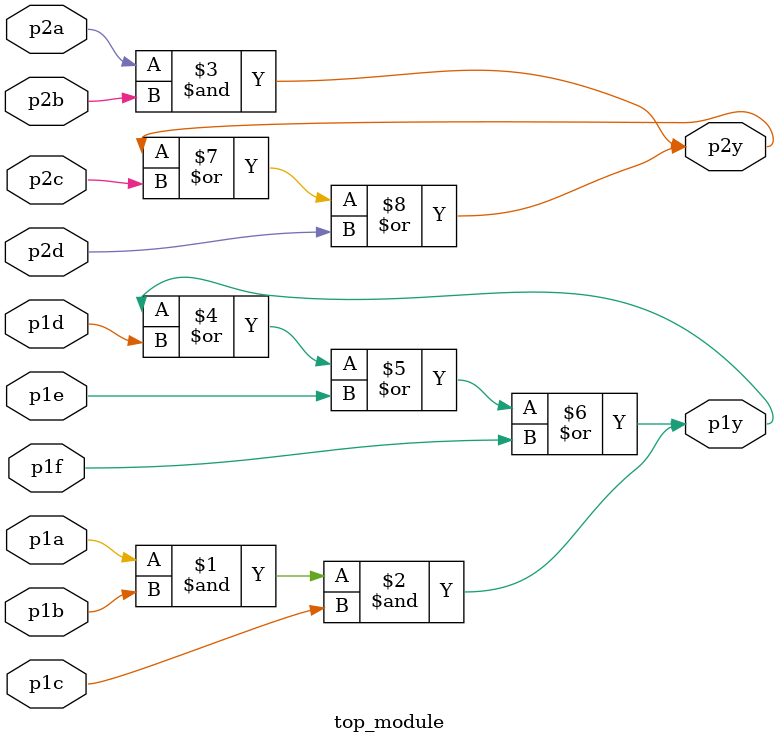
<source format=sv>
module top_module(
	input p1a, 
	input p1b, 
	input p1c, 
	input p1d,
	input p1e,
	input p1f,
	output p1y, 
	input p2a, 
	input p2b, 
	input p2c, 
	input p2d, 
	output p2y
);

	// Output p1y is the result of the AND operation on p1a, p1b, and p1c
	assign p1y = p1a & p1b & p1c;

	// Output p2y is the result of the AND operation on p2a and p2b
	assign p2y = p2a & p2b;

	// Output p1y is also ORed with the last three inputs p1d, p1e, and p1f
	assign p1y = p1y | p1d | p1e | p1f;

	// Output p2y is also ORed with the last two inputs p2c and p2d
	assign p2y = p2y | p2c | p2d;

endmodule

</source>
